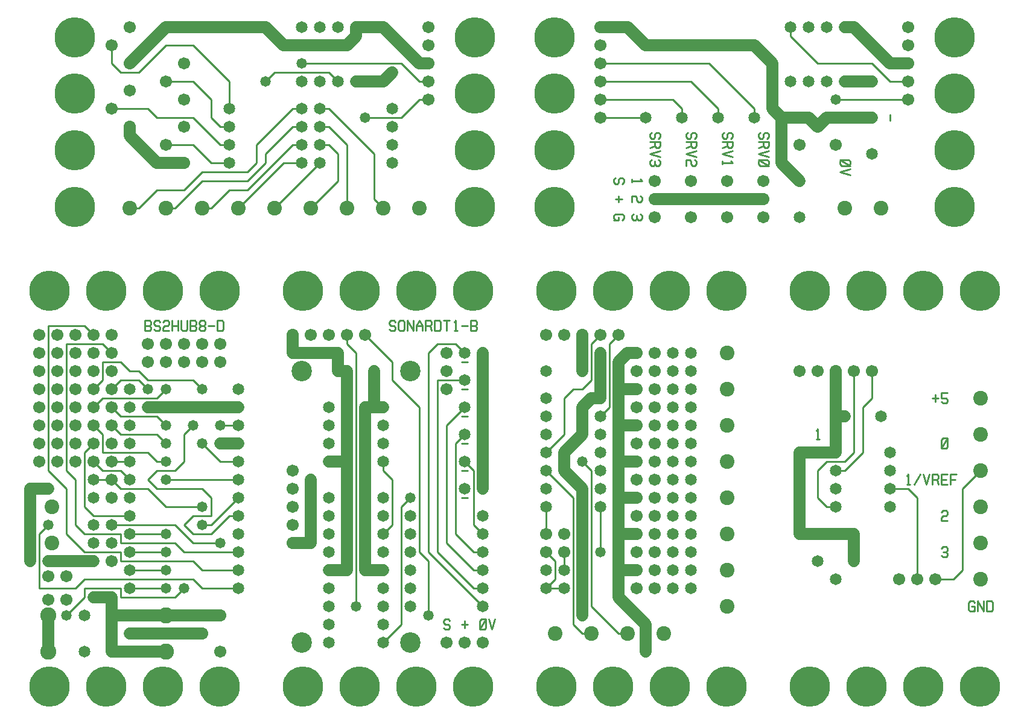
<source format=gtl>
%MOIN*%
%FSLAX25Y25*%
G04 D10 used for Character Trace; *
G04     Circle (OD=.01000) (No hole)*
G04 D11 used for Power Trace; *
G04     Circle (OD=.06700) (No hole)*
G04 D12 used for Signal Trace; *
G04     Circle (OD=.01100) (No hole)*
G04 D13 used for Via; *
G04     Circle (OD=.05800) (Round. Hole ID=.02800)*
G04 D14 used for Component hole; *
G04     Circle (OD=.06500) (Round. Hole ID=.03500)*
G04 D15 used for Component hole; *
G04     Circle (OD=.06700) (Round. Hole ID=.04300)*
G04 D16 used for Component hole; *
G04     Circle (OD=.08100) (Round. Hole ID=.05100)*
G04 D17 used for Component hole; *
G04     Circle (OD=.08900) (Round. Hole ID=.05900)*
G04 D18 used for Component hole; *
G04     Circle (OD=.11300) (Round. Hole ID=.08300)*
G04 D19 used for Component hole; *
G04     Circle (OD=.16000) (Round. Hole ID=.13000)*
G04 D20 used for Component hole; *
G04     Circle (OD=.18300) (Round. Hole ID=.15300)*
G04 D21 used for Component hole; *
G04     Circle (OD=.22291) (Round. Hole ID=.19291)*
%ADD10C,.01000*%
%ADD11C,.06700*%
%ADD12C,.01100*%
%ADD13C,.05800*%
%ADD14C,.06500*%
%ADD15C,.06700*%
%ADD16C,.08100*%
%ADD17C,.08900*%
%ADD18C,.11300*%
%ADD19C,.16000*%
%ADD20C,.18300*%
%ADD21C,.22291*%
%IPPOS*%
%LPD*%
G90*X0Y0D02*D17*X55000Y55000D03*D11*Y35000D01*D17*
D03*D14*X75000Y55000D03*D13*X65000D03*D12*        
X75000Y65000D01*Y70000D01*X95000D01*Y65000D01*    
X125000D01*X130000Y70000D01*D13*D03*D12*          
X140000D02*X135000Y75000D01*X140000Y70000D02*     
X160000D01*D14*D03*Y80000D03*D12*X140000D01*      
X135000Y85000D01*X95000D01*Y90000D01*X75000D01*   
X65000Y100000D01*Y125000D01*X55000Y135000D01*     
Y215000D01*X75000D01*X80000Y210000D01*D15*D03*D12*
X90000Y200000D02*X85000Y205000D01*D15*            
X90000Y200000D03*D12*X100000Y190000D02*           
X95000Y195000D01*X100000Y190000D02*X105000D01*    
X110000Y185000D01*X135000D01*X140000Y180000D01*   
D13*D03*X150000Y170000D03*D11*X110000D01*D13*D03* 
D12*X120000Y160000D02*X115000Y165000D01*D13*      
X120000Y160000D03*D12*X95000Y165000D02*X115000D01*
X95000D02*X90000Y170000D01*D15*D03*D12*X80000D02* 
X85000Y175000D01*D15*X80000Y170000D03*D12*        
X85000Y175000D02*X115000D01*X120000Y180000D01*D13*
D03*X110000D03*D12*X105000Y185000D01*X95000D01*   
X90000Y180000D01*D15*D03*D12*X80000D02*           
X85000Y185000D01*D15*X80000Y180000D03*D12*        
X85000Y185000D02*Y195000D01*X95000D01*D15*        
X90000Y190000D03*D12*X65000Y205000D02*X85000D01*  
X65000Y135000D02*Y205000D01*X70000Y130000D02*     
X65000Y135000D01*X70000Y105000D02*Y130000D01*     
X75000Y100000D02*X70000Y105000D01*                
X75000Y100000D02*X95000D01*Y95000D01*X125000D01*  
X130000Y90000D01*X160000D01*D14*D03*D13*          
X150000Y95000D03*D12*X135000D01*X125000Y105000D01*
X90000D01*D14*D03*X80000Y95000D03*                
X100000Y100000D03*D12*X120000D01*D13*D03*         
Y90000D03*D12*X100000D01*D14*D03*X90000Y95000D03* 
X100000Y80000D03*D12*X120000D01*D13*D03*Y70000D03*
D12*X100000D01*D14*D03*D11*X90000Y55000D02*       
Y65000D01*Y45000D02*Y55000D01*D15*Y45000D03*D11*  
Y35000D01*X120000D01*D17*D03*D13*X100000Y45000D03*
D11*X140000D01*D15*D03*X150000Y35000D03*Y55000D03*
D11*X120000D01*D17*D03*D11*X90000D01*D14*         
X80000Y65000D03*D11*X90000D01*D12*X70000Y70000D02*
X75000Y75000D01*X50000Y70000D02*X70000D01*        
X50000D02*Y100000D01*X55000Y105000D01*D13*D03*D16*
X57000Y115000D03*Y95000D03*D13*X45000Y85000D03*   
D11*Y125000D01*X55000D01*D13*D03*D15*             
X70000Y140000D03*X60000D03*X50000D03*D12*         
X75000Y115000D02*Y145000D01*X80000Y110000D02*     
X75000Y115000D01*X80000Y110000D02*X100000D01*D14* 
D03*D15*X90000Y120000D03*D14*X100000D03*D12*      
X115000Y125000D02*X140000D01*X145000Y120000D01*   
Y110000D01*X135000D01*X130000Y105000D01*          
X135000Y100000D01*X145000D01*X155000Y110000D01*   
X160000D01*D14*D03*Y120000D03*D12*                
X145000Y105000D01*X140000D01*D13*D03*Y115000D03*  
D12*X120000D01*X110000Y125000D01*X95000D01*       
X90000Y130000D01*D15*D03*D12*X80000D01*D14*D03*   
D12*X85000Y135000D02*X95000D01*X100000Y130000D01* 
D14*D03*D15*X90000Y140000D03*D12*X100000D01*D14*  
D03*D12*X115000Y125000D02*X110000Y130000D01*D13*  
X120000D03*D12*X160000D01*D14*D03*D12*            
X150000Y140000D02*X160000D01*D14*D03*D13*         
X150000Y150000D03*D11*X160000D01*D14*D03*D13*     
X150000Y160000D03*D12*X160000D01*D14*D03*D11*     
X150000Y170000D02*X160000D01*D14*D03*Y180000D03*  
D13*X140000Y150000D03*D12*X150000Y140000D01*      
X130000D02*Y155000D01*X125000Y135000D02*          
X130000Y140000D01*X115000Y135000D02*X125000D01*   
X110000Y130000D02*X115000Y135000D01*D13*          
X120000Y140000D03*D12*X115000D01*                 
X110000Y145000D01*X85000D01*Y155000D01*           
X80000Y160000D01*D15*D03*X90000Y150000D03*        
X70000Y170000D03*Y150000D03*X90000Y160000D03*D12* 
X95000Y155000D01*X115000D01*X120000Y150000D01*D13*
D03*D12*X130000Y155000D02*X135000Y160000D01*D13*  
D03*D14*X100000Y180000D03*D15*X150000Y195000D03*  
D14*X100000Y170000D03*D15*X140000Y195000D03*D14*  
X100000Y160000D03*D15*X130000Y195000D03*D14*      
X100000Y150000D03*D15*X120000Y195000D03*          
X110000D03*X150000Y205000D03*X140000D03*          
X130000D03*X120000D03*X110000D03*D12*             
X85000Y135000D02*X80000Y140000D01*D15*D03*D12*    
X75000Y145000D02*X80000Y150000D01*D15*D03*        
X70000Y160000D03*X60000Y170000D03*Y160000D03*     
Y150000D03*X50000Y180000D03*Y170000D03*Y160000D03*
Y150000D03*D14*X80000Y120000D03*D15*              
X70000Y180000D03*X60000D03*X80000Y190000D03*      
X70000D03*X60000D03*X50000D03*D14*                
X80000Y105000D03*D15*Y200000D03*X70000D03*        
X60000D03*X50000D03*X90000Y210000D03*X70000D03*   
X60000D03*X50000D03*D10*X108326Y212129D02*        
Y217871D01*X110837D01*X111674Y216914D01*          
Y215957D01*X110837Y215000D01*X111674Y214043D01*   
Y213086D01*X110837Y212129D01*X108326D01*          
Y215000D02*X110837D01*X116674Y216914D02*          
X115837Y217871D01*X114163D01*X113326Y216914D01*   
Y215957D01*X114163Y215000D01*X115837D01*          
X116674Y214043D01*Y213086D01*X115837Y212129D01*   
X114163D01*X113326Y213086D01*X118326Y216914D02*   
X119163Y217871D01*X120837D01*X121674Y216914D01*   
Y215957D01*X120837Y215000D01*X119163D01*          
X118326Y214043D01*Y212129D01*X121674D01*          
X123326D02*Y217871D01*X126674Y212129D02*          
Y217871D01*X123326Y215000D02*X126674D01*          
X131674Y217871D02*Y213086D01*X130837Y212129D01*   
X129163D01*X128326Y213086D01*Y217871D01*          
X133326Y212129D02*Y217871D01*X135837D01*          
X136674Y216914D01*Y215957D01*X135837Y215000D01*   
X136674Y214043D01*Y213086D01*X135837Y212129D01*   
X133326D01*Y215000D02*X135837D01*X139163D02*      
X138326Y215957D01*Y216914D01*X139163Y217871D01*   
X140837D01*X141674Y216914D01*Y215957D01*          
X140837Y215000D01*X139163D01*X138326Y214043D01*   
Y213086D01*X139163Y212129D01*X140837D01*          
X141674Y213086D01*Y214043D01*X140837Y215000D01*   
X143326D02*X146674D01*X148326Y212129D02*          
Y217871D01*X150837D01*X151674Y216914D01*          
Y213086D01*X150837Y212129D01*X148326D01*D13*      
X55000Y85000D03*D11*X80000D01*D14*D03*D12*        
X75000Y75000D02*X135000D01*D14*X160000Y100000D03* 
D15*X90000Y85000D03*D21*X86875Y15625D03*          
X118125D03*X149375D03*D14*X75000Y35000D03*D15*    
X65000Y76700D03*Y63700D03*X55000Y76700D03*        
Y63700D03*D21*X55625Y15625D03*X149375Y234375D03*  
X118125D03*X86875D03*X55625D03*G90*X0Y0D02*D15*   
X190000Y95000D03*D11*X200000D01*Y130000D01*D13*   
D03*D14*X210000Y120000D03*Y140000D03*D11*         
X220000D01*Y80000D01*X210000D01*D14*D03*Y90000D03*
Y70000D03*D11*X230000Y80000D02*X240000D01*D14*D03*
Y90000D03*D11*X230000Y80000D02*Y130000D01*D13*D03*
D11*Y170000D01*X235000D01*X240000D01*D14*D03*D11* 
X235000D02*Y190000D01*D14*D03*D12*                
X225000Y60000D02*Y200000D01*D13*Y60000D03*D14*    
X240000Y50000D03*Y60000D03*X210000D03*            
X240000Y70000D03*X210000Y50000D03*Y40000D03*      
X240000D03*D12*X250000Y50000D01*Y115000D01*       
X255000Y120000D01*D13*D03*D12*X245000Y105000D02*  
Y130000D01*X240000Y100000D02*X245000Y105000D01*   
D14*X240000Y100000D03*Y110000D03*X255000Y90000D03*
Y100000D03*Y110000D03*D12*X265000Y85000D02*       
X260000Y90000D01*X265000Y55000D02*Y85000D01*D13*  
Y55000D03*D10*X276674Y51914D02*X275837Y52871D01*  
X274163D01*X273326Y51914D01*Y50957D01*            
X274163Y50000D01*X275837D01*X276674Y49043D01*     
Y48086D01*X275837Y47129D01*X274163D01*            
X273326Y48086D01*D14*X255000Y60000D03*D18*        
Y40000D03*D14*Y70000D03*D15*X275000Y40000D03*     
X285000D03*D10*X283326Y50000D02*X286674D01*       
X285000Y51914D02*Y48086D01*D12*X290000Y80000D02*  
X295000D01*D14*D03*D12*X290000D02*                
X275000Y95000D01*Y160000D01*X285000Y170000D01*D14*
D03*D10*X283326Y165000D02*X286674D01*D15*         
X275000Y180000D03*D14*X295000Y170000D03*D11*      
Y155000D01*D14*D03*D11*Y140000D01*D14*D03*D11*    
Y125000D01*D14*D03*D10*X283326Y135000D02*         
X286674D01*D14*X285000Y125000D03*D12*             
X290000Y105000D02*Y135000D01*X295000Y100000D02*   
X290000Y105000D01*D14*X295000Y100000D03*D12*      
X290000Y90000D02*X295000D01*D14*D03*D12*          
X290000D02*X280000Y100000D01*Y150000D01*          
X285000Y155000D01*D14*D03*D10*X283326Y150000D02*  
X286674D01*D11*X295000Y170000D02*Y185000D01*D14*  
D03*D11*Y200000D01*D14*D03*X285000D03*D12*        
X280000Y205000D01*X270000D01*X265000Y200000D01*   
Y90000D01*X295000Y60000D01*D14*D03*Y70000D03*D12* 
X290000D01*X270000Y90000D01*Y185000D01*X285000D01*
D14*D03*D10*X283326Y180000D02*X286674D01*D15*     
X275000Y190000D03*D10*X283326Y195000D02*          
X286674D01*D15*X275000Y200000D03*D12*             
X260000Y90000D02*Y170000D01*D14*X255000Y80000D03* 
D10*X283326Y120000D02*X286674D01*D14*X240000D03*  
X295000Y110000D03*D12*X245000Y130000D02*          
X240000Y135000D01*Y140000D01*D14*D03*Y150000D03*  
Y160000D03*D11*X220000Y140000D02*Y190000D01*      
X215000D01*D14*D03*D11*Y200000D01*X190000D01*     
Y210000D01*D15*D03*X200000D03*X210000D03*D18*     
X195000Y190000D03*D21*X195625Y234375D03*D12*      
X225000Y200000D02*X220000Y205000D01*Y210000D01*   
D15*D03*X230000D03*D12*X245000Y195000D01*         
Y185000D01*X260000Y170000D01*D18*                 
X255000Y190000D03*D14*X285000Y140000D03*D12*      
X290000Y135000D01*D14*X210000Y170000D03*          
Y160000D03*Y150000D03*Y110000D03*Y100000D03*D10*  
X246674Y216914D02*X245837Y217871D01*X244163D01*   
X243326Y216914D01*Y215957D01*X244163Y215000D01*   
X245837D01*X246674Y214043D01*Y213086D01*          
X245837Y212129D01*X244163D01*X243326Y213086D01*   
X251674D02*X250837Y212129D01*X249163D01*          
X248326Y213086D01*Y216914D01*X249163Y217871D01*   
X250837D01*X251674Y216914D01*Y213086D01*          
X253326Y212129D02*Y217871D01*X256674Y212129D01*   
Y217871D01*X258326Y212129D02*Y215000D01*          
X260000Y217871D01*X261674Y215000D01*Y212129D01*   
X258326Y215000D02*X261674D01*X263326Y212129D02*   
Y217871D01*X265837D01*X266674Y216914D01*          
Y215957D01*X265837Y215000D01*X263326D01*          
X265837D02*X266674Y212129D01*X268326D02*          
Y217871D01*X270837D01*X271674Y216914D01*          
Y213086D01*X270837Y212129D01*X268326D01*          
X275000D02*Y217871D01*X273326D02*X276674D01*      
X279163Y216914D02*X280000Y217871D01*Y212129D01*   
X279163D02*X280837D01*X283326Y215000D02*          
X286674D01*X288326Y212129D02*Y217871D01*          
X290837D01*X291674Y216914D01*Y215957D01*          
X290837Y215000D01*X291674Y214043D01*Y213086D01*   
X290837Y212129D01*X288326D01*Y215000D02*          
X290837D01*X296674Y48086D02*X295837Y47129D01*     
X294163D01*X293326Y48086D01*Y51914D01*            
X294163Y52871D01*X295837D01*X296674Y51914D01*     
Y48086D01*X293326Y47129D02*X296674Y52871D01*      
X298326D02*X300000Y47129D01*X301674Y52871D01*D18* 
X195000Y40000D03*D15*X295000D03*D21*              
X289375Y234375D03*D15*X190000Y135000D03*          
Y125000D03*Y115000D03*D21*X258125Y234375D03*D15*  
X190000Y105000D03*D21*X226875Y234375D03*          
X195625Y15625D03*X226875D03*X258125D03*X289375D03*
G90*X0Y0D02*D14*X330000Y70000D03*D12*X340000D01*  
D14*D03*D12*X330000D02*X335000Y75000D01*Y85000D01*
X330000Y90000D01*D15*D03*D14*X340000Y80000D03*D12*
Y90000D01*D15*D03*X330000Y100000D03*D12*          
Y115000D01*D14*D03*Y125000D03*D12*                
X345000Y50000D02*Y120000D01*X350000Y45000D02*     
X345000Y50000D01*X350000Y45000D02*X355000D01*D16* 
D03*D13*X350000Y55000D03*D11*Y125000D01*          
X340000Y135000D01*Y145000D01*X350000Y155000D01*   
Y170000D01*X355000Y175000D01*X360000D01*D14*D03*  
D11*Y200000D01*D13*D03*D12*X365000Y170000D02*     
Y205000D01*X360000Y165000D02*X365000Y170000D01*   
D14*X360000Y165000D03*D11*X370000Y140000D02*      
Y160000D01*Y120000D02*Y140000D01*Y100000D02*      
Y120000D01*D13*Y100000D03*D11*Y80000D01*Y65000D01*
X385000Y50000D01*Y35000D01*D13*D03*D16*           
X395000Y45000D03*X375000D03*D12*X370000D01*       
X355000Y60000D01*Y135000D01*X350000Y140000D01*D13*
D03*D14*X360000Y135000D03*Y145000D03*Y155000D03*  
D12*X330000Y145000D02*X340000Y155000D01*D14*      
X330000Y145000D03*D12*X340000Y155000D02*          
Y175000D01*X345000Y180000D01*X350000D01*          
X355000Y185000D01*Y205000D01*X360000Y210000D01*   
D15*D03*D12*X365000Y205000D02*X370000Y210000D01*  
D15*D03*X380000Y200000D03*D11*X375000D01*         
X370000Y195000D01*Y190000D01*D13*D03*D11*         
Y180000D01*Y160000D01*X380000D01*D15*D03*         
X390000Y150000D03*Y170000D03*Y160000D03*          
X380000Y170000D03*Y150000D03*D14*                 
X400000Y140000D03*Y180000D03*Y150000D03*D15*      
X390000Y180000D03*D11*X370000Y140000D02*          
X380000D01*D15*D03*X390000Y130000D03*Y140000D03*  
X380000Y130000D03*D14*X400000Y120000D03*          
Y160000D03*Y130000D03*D11*X370000Y120000D02*      
X380000D01*D15*D03*X390000Y110000D03*Y120000D03*  
X380000Y110000D03*D14*X400000Y100000D03*          
Y110000D03*D11*X370000Y100000D02*X380000D01*D15*  
D03*X390000Y90000D03*Y100000D03*X380000Y90000D03* 
D14*X400000Y80000D03*X360000Y115000D03*D12*       
Y90000D01*D13*D03*D11*X370000Y80000D02*X380000D01*
D15*D03*X390000Y70000D03*Y80000D03*               
X380000Y70000D03*D14*X400000D03*Y90000D03*        
X410000Y110000D03*Y70000D03*Y80000D03*Y90000D03*  
Y100000D03*Y120000D03*D15*X340000Y100000D03*D12*  
X345000Y120000D02*X330000Y135000D01*D14*D03*      
Y155000D03*X360000Y125000D03*X330000Y165000D03*   
Y175000D03*D11*X370000Y180000D02*X380000D01*D15*  
D03*X390000Y190000D03*X380000D03*D14*             
X400000Y200000D03*Y170000D03*D15*                 
X390000Y200000D03*D14*X400000Y190000D03*          
X410000Y150000D03*D15*X350000Y210000D03*D11*      
Y190000D01*D14*D03*D15*X330000Y210000D03*D14*     
Y190000D03*D15*X340000Y210000D03*D21*             
X366875Y234375D03*X335625D03*X398125D03*D14*      
X410000Y130000D03*Y140000D03*Y160000D03*          
Y170000D03*Y180000D03*Y190000D03*Y200000D03*D16*  
X430000Y120000D03*Y140000D03*Y160000D03*          
Y180000D03*Y200000D03*D21*X429375Y234375D03*D16*  
X430000Y100000D03*D14*X330000Y80000D03*D16*       
X430000D03*Y60000D03*X335000Y45000D03*D21*        
X335625Y15625D03*X366875D03*X398125D03*X429375D03*
G90*X0Y0D02*D11*X470000Y100000D02*X500000D01*     
Y85000D01*D14*D03*X490000Y75000D03*               
X480000Y85000D03*D15*X525000Y75000D03*D14*        
X520000Y115000D03*D11*X470000Y100000D02*          
Y145000D01*X490000D01*D14*D03*D11*Y165000D01*     
X495000D01*D14*D03*D11*X490000D02*Y190000D01*D15* 
D03*X500000D03*D12*Y145000D01*X495000Y140000D01*  
X485000D01*X480000Y135000D01*Y120000D01*          
X485000Y115000D01*X490000D01*D14*D03*Y125000D03*  
D12*Y135000D02*X495000D01*D14*X490000D03*D12*     
X495000D02*X505000Y145000D01*Y170000D01*          
X510000Y175000D01*Y190000D01*D15*D03*D14*         
X515000Y165000D03*D15*X480000Y190000D03*D10*      
X479163Y156914D02*X480000Y157871D01*Y152129D01*   
X479163D02*X480837D01*X543326Y175000D02*          
X546674D01*X545000Y176914D02*Y173086D01*          
X551674Y177871D02*X548326D01*Y175000D01*          
X550837D01*X551674Y174043D01*Y173086D01*          
X550837Y172129D01*X549163D01*X548326Y173086D01*   
X551674Y148086D02*X550837Y147129D01*X549163D01*   
X548326Y148086D01*Y151914D01*X549163Y152871D01*   
X550837D01*X551674Y151914D01*Y148086D01*          
X548326Y147129D02*X551674Y152871D01*D15*          
X470000Y190000D03*D21*X538125Y234375D03*          
X506875D03*D14*X520000Y145000D03*D21*             
X475625Y234375D03*D14*X520000Y135000D03*D16*      
X570000D03*D12*X560000Y125000D01*Y80000D01*       
X555000Y75000D01*X545000D01*D15*D03*X535000D03*   
D12*Y120000D01*X530000Y125000D01*X520000D01*D14*  
D03*D10*X529163Y131914D02*X530000Y132871D01*      
Y127129D01*X529163D02*X530837D01*X533326D02*      
X536674Y132871D01*X538326D02*X540000Y127129D01*   
X541674Y132871D01*X543326Y127129D02*Y132871D01*   
X545837D01*X546674Y131914D01*Y130957D01*          
X545837Y130000D01*X543326D01*X545837D02*          
X546674Y127129D01*X551674D02*X548326D01*          
Y132871D01*X551674D01*X548326Y130000D02*          
X550837D01*X553326Y127129D02*Y132871D01*          
X556674D01*X553326Y130000D02*X555837D01*          
X548326Y111914D02*X549163Y112871D01*X550837D01*   
X551674Y111914D01*Y110957D01*X550837Y110000D01*   
X549163D01*X548326Y109043D01*Y107129D01*          
X551674D01*X548326Y91914D02*X549163Y92871D01*     
X550837D01*X551674Y91914D01*Y90957D01*            
X550837Y90000D01*X549163D01*X550837D02*           
X551674Y89043D01*Y88086D01*X550837Y87129D01*      
X549163D01*X548326Y88086D01*D16*X570000Y75000D03* 
Y175000D03*Y95000D03*Y115000D03*Y155000D03*D10*   
X566674Y58086D02*X565837Y57129D01*X564163D01*     
X563326Y58086D01*Y61914D01*X564163Y62871D01*      
X565837D01*X566674Y61914D01*X565000Y60000D02*     
X566674D01*Y57129D01*X568326D02*Y62871D01*        
X571674Y57129D01*Y62871D01*X573326Y57129D02*      
Y62871D01*X575837D01*X576674Y61914D01*Y58086D01*  
X575837Y57129D01*X573326D01*D21*X569375Y234375D03*
X475625Y15625D03*X506875D03*X538125D03*X569375D03*
G90*X0Y0D02*D16*X260000Y280000D03*X240000D03*D12* 
X235000Y285000D01*Y310000D01*X210000Y335000D01*   
X205000D01*D14*D03*X195000Y325000D03*D12*         
X190000D01*X175000Y310000D01*Y305000D01*          
X165000Y295000D01*X140000D01*X125000Y280000D01*   
X120000D01*D16*D03*D12*X115000Y290000D02*         
X130000D01*X105000Y280000D02*X115000Y290000D01*   
X100000Y280000D02*X105000D01*D16*X100000D03*D11*  
Y320000D02*X115000Y305000D01*X100000Y325000D02*   
Y320000D01*D15*Y325000D03*D12*X90000Y335000D02*   
X110000D01*D15*X90000D03*X100000Y345000D03*D12*   
X95000Y355000D02*X105000D01*X90000Y360000D02*     
X95000Y355000D01*X90000Y370000D02*Y360000D01*D15* 
Y370000D03*X100000Y360000D03*D11*                 
X120000Y380000D01*X175000D01*X185000Y370000D01*   
X220000D01*X225000Y375000D01*Y380000D01*D14*D03*  
D11*X240000D01*X245000Y375000D01*D14*D03*D11*     
X260000Y360000D01*X265000D01*D15*D03*D12*         
X250000D02*X260000Y350000D01*X195000Y360000D02*   
X250000D01*D13*X195000D03*D14*X205000Y350000D03*  
X195000D03*D12*X180000Y355000D02*X210000D01*      
X175000Y350000D02*X180000Y355000D01*D13*          
X175000Y350000D03*D12*X170000Y315000D02*          
X190000Y335000D01*X170000Y315000D02*Y305000D01*   
X165000Y300000D01*X140000D01*X130000Y290000D01*   
D16*X140000Y280000D03*D12*X145000D01*             
X155000Y290000D01*X165000D01*X190000Y315000D01*   
X195000D01*D14*D03*X205000Y305000D03*D12*         
X180000Y280000D01*D16*D03*X200000D03*D12*         
X215000Y295000D01*Y310000D01*X210000Y315000D01*   
X205000D01*D14*D03*X195000Y305000D03*D12*         
X185000D01*X160000Y280000D01*D16*D03*D14*         
X155000Y305000D03*D12*X145000D01*                 
X135000Y315000D01*X120000D01*D15*D03*             
X130000Y305000D03*D11*X115000D01*D15*             
X130000Y325000D03*D12*X115000Y330000D02*          
X135000D01*X110000Y335000D02*X115000Y330000D01*   
D15*X120000Y350000D03*D12*X135000D01*             
X145000Y340000D01*Y330000D01*X150000Y325000D01*   
X155000D01*D14*D03*D12*X135000Y330000D02*         
X150000Y315000D01*D15*X130000Y340000D03*D12*      
X150000Y315000D02*X155000D01*D14*D03*Y335000D03*  
D12*Y350000D01*X135000Y370000D01*X120000D01*      
X105000Y355000D01*D15*X130000Y360000D03*          
X100000Y380000D03*D21*X69375Y374375D03*Y343125D03*
Y311875D03*Y280625D03*D12*X190000Y335000D02*      
X195000D01*D14*D03*X205000Y325000D03*D12*         
X210000D01*X220000Y315000D01*Y280000D01*D16*D03*  
D14*X245000Y305000D03*Y315000D03*Y325000D03*D12*  
X230000Y330000D02*X250000D01*D13*X230000D03*D14*  
X245000Y335000D03*D11*X225000Y350000D02*          
X240000D01*D14*X225000D03*X215000D03*D12*         
X210000Y355000D01*D14*X215000Y380000D03*          
X205000D03*X195000D03*D11*X240000Y350000D02*      
X245000Y355000D01*D14*D03*D12*X250000Y330000D02*  
X260000Y340000D01*X265000D01*D15*D03*Y350000D03*  
D12*X260000D01*D15*X265000Y370000D03*D21*         
X290625Y343125D03*D15*X265000Y380000D03*D21*      
X290625Y374375D03*Y311875D03*Y280625D03*G90*      
X0Y0D02*X334375Y280625D03*Y311875D03*Y343125D03*  
D15*X360000Y360000D03*D12*X420000D01*             
X445000Y335000D01*Y330000D01*D14*D03*D11*         
X455000Y360000D02*Y335000D01*X445000Y370000D02*   
X455000Y360000D01*D14*X445000Y370000D03*D11*      
X425000D01*D14*D03*D11*X405000D01*D14*D03*D11*    
X385000D01*D14*D03*D11*X375000Y380000D01*         
X360000D01*D15*D03*Y370000D03*D21*                
X334375Y374375D03*D15*X360000Y350000D03*D12*      
X410000D01*X425000Y335000D01*Y330000D01*D14*D03*  
D10*X431914Y318326D02*X432871Y319163D01*          
Y320837D01*X431914Y321674D01*X430957D01*          
X430000Y320837D01*Y319163D01*X429043Y318326D01*   
X428086D01*X427129Y319163D01*Y320837D01*          
X428086Y321674D01*X407129Y316674D02*X412871D01*   
Y314163D01*X411914Y313326D01*X410957D01*          
X410000Y314163D01*Y316674D01*Y314163D02*          
X407129Y313326D01*X427129Y316674D02*X432871D01*   
Y314163D01*X431914Y313326D01*X430957D01*          
X430000Y314163D01*Y316674D01*Y314163D02*          
X427129Y313326D01*X411914Y318326D02*              
X412871Y319163D01*Y320837D01*X411914Y321674D01*   
X410957D01*X410000Y320837D01*Y319163D01*          
X409043Y318326D01*X408086D01*X407129Y319163D01*   
Y320837D01*X408086Y321674D01*X412871Y311674D02*   
X407129Y310000D01*X412871Y308326D01*D12*          
X400000Y340000D02*X405000Y335000D01*              
X360000Y340000D02*X400000D01*D15*X360000D03*      
Y330000D03*D12*X385000D01*D14*D03*D10*            
X391914Y318326D02*X392871Y319163D01*Y320837D01*   
X391914Y321674D01*X390957D01*X390000Y320837D01*   
Y319163D01*X389043Y318326D01*X388086D01*          
X387129Y319163D01*Y320837D01*X388086Y321674D01*   
X387129Y316674D02*X392871D01*Y314163D01*          
X391914Y313326D01*X390957D01*X390000Y314163D01*   
Y316674D01*Y314163D02*X387129Y313326D01*D14*      
X405000Y330000D03*D12*Y335000D01*D10*             
X432871Y311674D02*X427129Y310000D01*              
X432871Y308326D01*X392871Y311674D02*              
X387129Y310000D01*X392871Y308326D01*              
X391914Y306674D02*X392871Y305837D01*Y304163D01*   
X391914Y303326D01*X390957D01*X390000Y304163D01*   
Y305837D01*Y304163D02*X389043Y303326D01*          
X388086D01*X387129Y304163D01*Y305837D01*          
X388086Y306674D01*X411914D02*X412871Y305837D01*   
Y304163D01*X411914Y303326D01*X410957D01*          
X410000Y304163D01*Y305837D01*X409043Y306674D01*   
X407129D01*Y303326D01*X431914Y305837D02*          
X432871Y305000D01*X427129D01*Y305837D02*          
Y304163D01*X371914Y293326D02*X372871Y294163D01*   
Y295837D01*X371914Y296674D01*X370957D01*          
X370000Y295837D01*Y294163D01*X369043Y293326D01*   
X368086D01*X367129Y294163D01*Y295837D01*          
X368086Y296674D01*X381914Y295837D02*              
X382871Y295000D01*X377129D01*Y295837D02*          
Y294163D01*D15*X390000Y295000D03*X410000D03*      
X430000D03*X450000D03*D10*X448086Y303326D02*      
X447129Y304163D01*Y305837D01*X448086Y306674D01*   
X451914D01*X452871Y305837D01*Y304163D01*          
X451914Y303326D01*X448086D01*X447129Y306674D02*   
X452871Y303326D01*Y311674D02*X447129Y310000D01*   
X452871Y308326D01*X447129Y316674D02*X452871D01*   
Y314163D01*X451914Y313326D01*X450957D01*          
X450000Y314163D01*Y316674D01*Y314163D02*          
X447129Y313326D01*X451914Y318326D02*              
X452871Y319163D01*Y320837D01*X451914Y321674D01*   
X450957D01*X450000Y320837D01*Y319163D01*          
X449043Y318326D01*X448086D01*X447129Y319163D01*   
Y320837D01*X448086Y321674D01*X370000Y286674D02*   
Y283326D01*X371914Y285000D02*X368086D01*          
X381914Y286674D02*X382871Y285837D01*Y284163D01*   
X381914Y283326D01*X380957D01*X380000Y284163D01*   
Y285837D01*X379043Y286674D01*X377129D01*          
Y283326D01*D15*X390000Y285000D03*D11*X410000D01*  
D15*D03*D11*X430000D01*D15*D03*D11*X450000D01*D15*
D03*Y275000D03*D14*X470000D03*D11*                
X460000Y330000D02*Y305000D01*X455000Y335000D02*   
X460000Y330000D01*X475000D01*X480000Y325000D01*   
D15*D03*D11*X485000Y330000D01*X510000D01*D14*D03* 
D10*X520000Y331674D02*Y328326D01*D15*             
X530000Y350000D03*D12*X520000D01*                 
X510000Y360000D01*X480000D01*X465000Y375000D01*   
Y380000D01*D14*D03*X475000D03*X485000D03*         
X495000Y350000D03*D11*X510000D01*D14*D03*D11*     
Y370000D02*X520000Y360000D01*D14*                 
X510000Y370000D03*D11*X500000Y380000D01*          
X495000D01*D14*D03*D11*X520000Y360000D02*         
X530000D01*D15*D03*Y370000D03*Y380000D03*         
Y340000D03*D12*X490000D01*D13*D03*D14*            
X485000Y350000D03*X475000D03*D15*                 
X470000Y315000D03*D14*X465000Y350000D03*D15*      
X490000Y315000D03*D14*X510000Y310000D03*D11*      
X460000Y305000D02*X470000Y295000D01*D14*D03*D16*  
X495000Y280000D03*D10*X497871Y301674D02*          
X492129Y300000D01*X497871Y298326D01*              
X493086Y303326D02*X492129Y304163D01*Y305837D01*   
X493086Y306674D01*X496914D01*X497871Y305837D01*   
Y304163D01*X496914Y303326D01*X493086D01*          
X492129Y306674D02*X497871Y303326D01*D15*          
X430000Y275000D03*D16*X515000Y280000D03*D15*      
X410000Y275000D03*X390000D03*D21*                 
X555625Y280625D03*Y311875D03*Y343125D03*          
Y374375D03*D10*X381914Y276674D02*                 
X382871Y275837D01*Y274163D01*X381914Y273326D01*   
X380957D01*X380000Y274163D01*Y275837D01*          
Y274163D02*X379043Y273326D01*X378086D01*          
X377129Y274163D01*Y275837D01*X378086Y276674D01*   
X368086Y273326D02*X367129Y274163D01*Y275837D01*   
X368086Y276674D01*X371914D01*X372871Y275837D01*   
Y274163D01*X371914Y273326D01*X370000Y275000D02*   
Y273326D01*X367129D01*M02*                        

</source>
